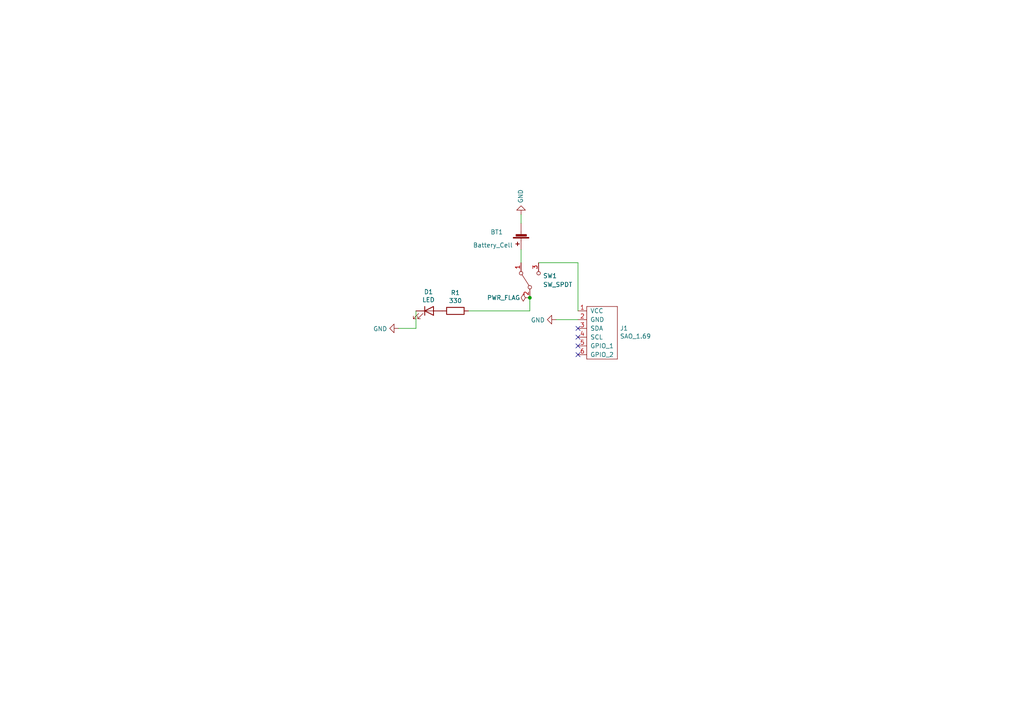
<source format=kicad_sch>
(kicad_sch (version 20230121) (generator eeschema)
  (paper "A4")
  (lib_symbols
    (symbol "Device:Battery_Cell" (pin_numbers hide) (pin_names (offset 0) hide)
      (property "Reference" "BT" (at 2.54 2.54 0))
      (property "Value" "Battery_Cell" (at 2.54 0 0))
      (symbol "Battery_Cell_0_1"
        (rectangle (start -2.286 1.778) (end 2.286 1.524) (fill (type outline)))
        (rectangle (start -1.5748 1.1938) (end 1.4732 0.6858) (fill (type outline)))
        (polyline (pts (xy 0 0.762) (xy 0 0)))
        (polyline (pts (xy 0 1.778) (xy 0 2.54)))
        (polyline (pts (xy 0.508 3.429) (xy 1.524 3.429)) (stroke (width 0.254)))
        (polyline (pts (xy 1.016 3.937) (xy 1.016 2.921)) (stroke (width 0.254)))
      )
      (symbol "Battery_Cell_1_1"
        (pin passive line (at 0 5.08 270) (length 2.54) (name "+") (number "1"))
        (pin passive line (at 0 -2.54 90) (length 2.54) (name "-") (number "2"))
      )
    )
    (symbol "Device:LED" (pin_numbers hide) (pin_names (offset 1.016) hide)
      (property "Reference" "D" (at 0 2.54 0))
      (property "Value" "LED" (at 0 -2.54 0))
      (symbol "LED_0_1"
        (polyline (pts (xy -1.27 -1.27) (xy -1.27 1.27)) (stroke (width 0.254)))
        (polyline (pts (xy -1.27 0) (xy 1.27 0)))
        (polyline (pts (xy 1.27 -1.27) (xy 1.27 1.27) (xy -1.27 0) (xy 1.27 -1.27)) (stroke (width 0.254)))
        (polyline (pts (xy -3.048 -0.762) (xy -4.572 -2.286) (xy -3.81 -2.286) (xy -4.572 -2.286) (xy -4.572 -1.524)))
        (polyline (pts (xy -1.778 -0.762) (xy -3.302 -2.286) (xy -2.54 -2.286) (xy -3.302 -2.286) (xy -3.302 -1.524)))
      )
      (symbol "LED_1_1"
        (pin passive line (at -3.81 0 0) (length 2.54) (name "K") (number "1"))
        (pin passive line (at 3.81 0 180) (length 2.54) (name "A") (number "2"))
      )
    )
    (symbol "Device:R" (pin_numbers hide) (pin_names (offset 0))
      (property "Reference" "R" (at 2.032 0 90))
      (property "Value" "R" (at 0 0 90))
      (symbol "R_0_1"
        (rectangle (start -1.016 -2.54) (end 1.016 2.54) (stroke (width 0.254)))
      )
      (symbol "R_1_1"
        (pin passive line (at 0 3.81 270) (length 1.27) (name "~") (number "1"))
        (pin passive line (at 0 -3.81 90) (length 1.27) (name "~") (number "2"))
      )
    )
    (symbol "Switch:SW_SPDT" (pin_names (offset 0) hide)
      (property "Reference" "SW" (at 0 4.318 0))
      (property "Value" "SW_SPDT" (at 0 -5.08 0))
      (symbol "SW_SPDT_0_0"
        (circle (center -2.032 0) (radius 0.508))
        (circle (center 2.032 -2.54) (radius 0.508))
      )
      (symbol "SW_SPDT_0_1"
        (polyline (pts (xy -1.524 0.254) (xy 1.651 2.286)))
        (circle (center 2.032 2.54) (radius 0.508))
      )
      (symbol "SW_SPDT_1_1"
        (pin passive line (at 5.08 2.54 180) (length 2.54) (name "A") (number "1"))
        (pin passive line (at -5.08 0 0) (length 2.54) (name "B") (number "2"))
        (pin passive line (at 5.08 -2.54 180) (length 2.54) (name "C") (number "3"))
      )
    )
    (symbol "power:GND" (power) (pin_names (offset 0))
      (property "Value" "GND" (at 0 -3.81 0))
      (symbol "GND_0_1"
        (polyline (pts (xy 0 0) (xy 0 -1.27) (xy 1.27 -1.27) (xy 0 -2.54) (xy -1.27 -1.27) (xy 0 -1.27)))
      )
      (symbol "GND_1_1"
        (pin power_in line (at 0 0 270) (length 0) hide (name "GND") (number "1"))
      )
    )
    (symbol "power:PWR_FLAG" (power) (pin_numbers hide) (pin_names (offset 0) hide)
      (property "Value" "PWR_FLAG" (at 0 3.81 0))
      (symbol "PWR_FLAG_0_0"
        (pin power_out line (at 0 0 90) (length 0) (name "pwr") (number "1"))
      )
      (symbol "PWR_FLAG_0_1"
        (polyline (pts (xy 0 0) (xy 0 1.27) (xy -1.016 1.905) (xy 0 2.54) (xy 1.016 1.905) (xy 0 1.27)))
      )
    )
    (symbol "sao1_69:SAO_1.69" (pin_names (offset 1.016))
      (property "Reference" "J" (at -1.27 -13.97 0))
      (property "Value" "SAO_1.69" (at 0 7.62 0))
      (symbol "SAO_1.69_0_1"
        (rectangle (start 0 3.81) (end 0 -11.43))
        (rectangle (start 0 3.81) (end 8.89 3.81))
        (rectangle (start 8.89 -11.43) (end 0 -11.43))
        (rectangle (start 8.89 3.81) (end 8.89 -11.43))
      )
      (symbol "SAO_1.69_1_1"
        (pin passive line (at -2.54 2.54 0) (length 2.54) (name "VCC") (number "1"))
        (pin passive line (at -2.54 0 0) (length 2.54) (name "GND") (number "2"))
        (pin passive line (at -2.54 -2.54 0) (length 2.54) (name "SDA") (number "3"))
        (pin passive line (at -2.54 -5.08 0) (length 2.54) (name "SCL") (number "4"))
        (pin passive line (at -2.54 -7.62 0) (length 2.54) (name "GPIO_1") (number "5"))
        (pin passive line (at -2.54 -10.16 0) (length 2.54) (name "GPIO_2") (number "6"))
      )
    )
  )
  (junction (at 153.67 86.36))
  (no_connect (at 167.64 97.79))
  (no_connect (at 167.64 95.25))
  (no_connect (at 167.64 100.33))
  (no_connect (at 167.64 102.87))
  (wire (pts (xy 151.13 72.39) (xy 151.13 76.2)))
  (wire (pts (xy 120.65 95.25) (xy 115.57 95.25)))
  (wire (pts (xy 120.65 90.17) (xy 120.65 95.25)))
  (wire (pts (xy 151.13 62.23) (xy 151.13 64.77)))
  (wire (pts (xy 153.67 86.36) (xy 153.67 90.17)))
  (wire (pts (xy 135.89 90.17) (xy 153.67 90.17)))
  (wire (pts (xy 156.21 76.2) (xy 167.64 76.2)))
  (wire (pts (xy 167.64 90.17) (xy 167.64 76.2)))
  (wire (pts (xy 161.29 92.71) (xy 167.64 92.71)))
  (symbol (lib_id "sao1_69:SAO_1.69") (at 170.18 92.71 0) (unit 1)
    (property "Reference" "J1" (at 179.7812 95.2246 0) (effects (justify left)))
    (property "Value" "SAO_1.69" (at 179.7812 97.536 0) (effects (justify left)))
    (property "Footprint" "space_shuttle_SAO:sao_1.69" (effects hide))
  )
  (symbol (lib_id "power:PWR_FLAG") (at 153.67 86.36 90) (unit 1)
    (property "Reference" "#FLG0101" (effects hide))
    (property "Value" "PWR_FLAG" (at 146.05 86.36 90))
  )
  (symbol (lib_id "power:GND") (at 161.29 92.71 270) (unit 1)
    (property "Reference" "#PWR0101" (effects hide))
    (property "Value" "GND" (at 158.0388 92.837 90) (effects (justify right)))
  )
  (symbol (lib_id "Device:R") (at 132.08 90.17 270) (unit 1)
    (property "Reference" "R1" (at 132.08 84.9122 90))
    (property "Value" "330" (at 132.08 87.2236 90))
    (property "Footprint" "Resistors_SMD:R_1206_3216Metric" (effects hide))
    (property "Datasheet" "https://www.yageo.com/upload/media/product/productsearch/datasheet/rchip/PYu-RC_Group_51_RoHS_L_12.pdf" (effects hide))
    (property "MPN" "RC1206FR-07330RL" (effects hide))
  )
  (symbol (lib_id "Device:LED") (at 124.46 90.17 0) (unit 1)
    (property "Reference" "D1" (at 124.2822 84.6582 0))
    (property "Value" "LED" (at 124.2822 86.9696 0))
    (property "Footprint" "sunled:XZMYK45WT-9" (effects hide))
    (property "Datasheet" "https://www.sunledusa.com/products/spec/XZMYK45WT-9.pdf" (effects hide))
    (property "MPN" "XZMYK45WT-9" (effects hide))
  )
  (symbol (lib_id "power:GND") (at 115.57 95.25 270) (unit 1)
    (property "Reference" "#PWR0102" (effects hide))
    (property "Value" "GND" (at 112.3188 95.377 90) (effects (justify right)))
  )
  (symbol (lib_id "power:GND") (at 151.13 62.23 180) (unit 1)
    (property "Reference" "#PWR01" (effects hide))
    (property "Value" "GND" (at 151.003 58.9788 90) (effects (justify right)))
  )
  (symbol (lib_id "Device:Battery_Cell") (at 151.13 67.31 180) (unit 1)
    (property "Reference" "BT1" (at 142.24 67.31 0) (effects (justify right)))
    (property "Value" "Battery_Cell" (at 137.16 71.12 0) (effects (justify right)))
    (property "Footprint" "Battery:BatteryHolder_Keystone_3034_1x20mm" (effects hide))
    (property "Datasheet" "https://www.keyelco.com/userAssets/file/M65p9.pdf" (effects hide))
    (property "MPN" "3034" (effects hide))
  )
  (symbol (lib_id "Switch:SW_SPDT") (at 153.67 81.28 90) (unit 1)
    (property "Reference" "SW1" (at 157.48 80.0099 90) (effects (justify right)))
    (property "Value" "SW_SPDT" (at 157.48 82.5499 90) (effects (justify right)))
    (property "Footprint" "aerospace_badge:switch_JS202011SCQN" (effects hide))
    (property "Datasheet" "https://www.ckswitches.com/media/1422/js.pdf" (effects hide))
    (property "MPN" "SWITCH SLIDE DPDT 300MA 6V" (effects hide))
  )
)
</source>
